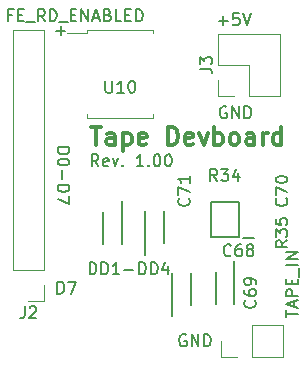
<source format=gbr>
%TF.GenerationSoftware,KiCad,Pcbnew,(5.1.6)-1*%
%TF.CreationDate,2020-09-22T22:17:54+03:00*%
%TF.ProjectId,Tape devboard,54617065-2064-4657-9662-6f6172642e6b,rev?*%
%TF.SameCoordinates,Original*%
%TF.FileFunction,Legend,Top*%
%TF.FilePolarity,Positive*%
%FSLAX46Y46*%
G04 Gerber Fmt 4.6, Leading zero omitted, Abs format (unit mm)*
G04 Created by KiCad (PCBNEW (5.1.6)-1) date 2020-09-22 22:17:54*
%MOMM*%
%LPD*%
G01*
G04 APERTURE LIST*
%ADD10C,0.150000*%
%ADD11C,0.300000*%
%ADD12C,0.120000*%
%ADD13C,0.200000*%
G04 APERTURE END LIST*
D10*
X123240847Y-71547028D02*
X124002752Y-71547028D01*
X123621800Y-71927980D02*
X123621800Y-71166076D01*
X123353604Y-93784680D02*
X123353604Y-92784680D01*
X123591700Y-92784680D01*
X123734557Y-92832300D01*
X123829795Y-92927538D01*
X123877414Y-93022776D01*
X123925033Y-93213252D01*
X123925033Y-93356109D01*
X123877414Y-93546585D01*
X123829795Y-93641823D01*
X123734557Y-93737061D01*
X123591700Y-93784680D01*
X123353604Y-93784680D01*
X124258366Y-92784680D02*
X124925033Y-92784680D01*
X124496461Y-93784680D01*
X123372619Y-81410466D02*
X124372619Y-81410466D01*
X124372619Y-81648561D01*
X124325000Y-81791419D01*
X124229761Y-81886657D01*
X124134523Y-81934276D01*
X123944047Y-81981895D01*
X123801190Y-81981895D01*
X123610714Y-81934276D01*
X123515476Y-81886657D01*
X123420238Y-81791419D01*
X123372619Y-81648561D01*
X123372619Y-81410466D01*
X124372619Y-82600942D02*
X124372619Y-82696180D01*
X124325000Y-82791419D01*
X124277380Y-82839038D01*
X124182142Y-82886657D01*
X123991666Y-82934276D01*
X123753571Y-82934276D01*
X123563095Y-82886657D01*
X123467857Y-82839038D01*
X123420238Y-82791419D01*
X123372619Y-82696180D01*
X123372619Y-82600942D01*
X123420238Y-82505704D01*
X123467857Y-82458085D01*
X123563095Y-82410466D01*
X123753571Y-82362847D01*
X123991666Y-82362847D01*
X124182142Y-82410466D01*
X124277380Y-82458085D01*
X124325000Y-82505704D01*
X124372619Y-82600942D01*
X123753571Y-83362847D02*
X123753571Y-84124752D01*
X123372619Y-84600942D02*
X124372619Y-84600942D01*
X124372619Y-84839038D01*
X124325000Y-84981895D01*
X124229761Y-85077133D01*
X124134523Y-85124752D01*
X123944047Y-85172371D01*
X123801190Y-85172371D01*
X123610714Y-85124752D01*
X123515476Y-85077133D01*
X123420238Y-84981895D01*
X123372619Y-84839038D01*
X123372619Y-84600942D01*
X124372619Y-85505704D02*
X124372619Y-86172371D01*
X123372619Y-85743800D01*
X119520366Y-70210371D02*
X119187033Y-70210371D01*
X119187033Y-70734180D02*
X119187033Y-69734180D01*
X119663223Y-69734180D01*
X120044176Y-70210371D02*
X120377509Y-70210371D01*
X120520366Y-70734180D02*
X120044176Y-70734180D01*
X120044176Y-69734180D01*
X120520366Y-69734180D01*
X120710842Y-70829419D02*
X121472747Y-70829419D01*
X122282271Y-70734180D02*
X121948938Y-70257990D01*
X121710842Y-70734180D02*
X121710842Y-69734180D01*
X122091795Y-69734180D01*
X122187033Y-69781800D01*
X122234652Y-69829419D01*
X122282271Y-69924657D01*
X122282271Y-70067514D01*
X122234652Y-70162752D01*
X122187033Y-70210371D01*
X122091795Y-70257990D01*
X121710842Y-70257990D01*
X122710842Y-70734180D02*
X122710842Y-69734180D01*
X122948938Y-69734180D01*
X123091795Y-69781800D01*
X123187033Y-69877038D01*
X123234652Y-69972276D01*
X123282271Y-70162752D01*
X123282271Y-70305609D01*
X123234652Y-70496085D01*
X123187033Y-70591323D01*
X123091795Y-70686561D01*
X122948938Y-70734180D01*
X122710842Y-70734180D01*
X123472747Y-70829419D02*
X124234652Y-70829419D01*
X124472747Y-70210371D02*
X124806080Y-70210371D01*
X124948938Y-70734180D02*
X124472747Y-70734180D01*
X124472747Y-69734180D01*
X124948938Y-69734180D01*
X125377509Y-70734180D02*
X125377509Y-69734180D01*
X125948938Y-70734180D01*
X125948938Y-69734180D01*
X126377509Y-70448466D02*
X126853700Y-70448466D01*
X126282271Y-70734180D02*
X126615604Y-69734180D01*
X126948938Y-70734180D01*
X127615604Y-70210371D02*
X127758461Y-70257990D01*
X127806080Y-70305609D01*
X127853700Y-70400847D01*
X127853700Y-70543704D01*
X127806080Y-70638942D01*
X127758461Y-70686561D01*
X127663223Y-70734180D01*
X127282271Y-70734180D01*
X127282271Y-69734180D01*
X127615604Y-69734180D01*
X127710842Y-69781800D01*
X127758461Y-69829419D01*
X127806080Y-69924657D01*
X127806080Y-70019895D01*
X127758461Y-70115133D01*
X127710842Y-70162752D01*
X127615604Y-70210371D01*
X127282271Y-70210371D01*
X128758461Y-70734180D02*
X128282271Y-70734180D01*
X128282271Y-69734180D01*
X129091795Y-70210371D02*
X129425128Y-70210371D01*
X129567985Y-70734180D02*
X129091795Y-70734180D01*
X129091795Y-69734180D01*
X129567985Y-69734180D01*
X129996557Y-70734180D02*
X129996557Y-69734180D01*
X130234652Y-69734180D01*
X130377509Y-69781800D01*
X130472747Y-69877038D01*
X130520366Y-69972276D01*
X130567985Y-70162752D01*
X130567985Y-70305609D01*
X130520366Y-70496085D01*
X130472747Y-70591323D01*
X130377509Y-70686561D01*
X130234652Y-70734180D01*
X129996557Y-70734180D01*
X126830485Y-83002380D02*
X126497152Y-82526190D01*
X126259057Y-83002380D02*
X126259057Y-82002380D01*
X126640009Y-82002380D01*
X126735247Y-82050000D01*
X126782866Y-82097619D01*
X126830485Y-82192857D01*
X126830485Y-82335714D01*
X126782866Y-82430952D01*
X126735247Y-82478571D01*
X126640009Y-82526190D01*
X126259057Y-82526190D01*
X127640009Y-82954761D02*
X127544771Y-83002380D01*
X127354295Y-83002380D01*
X127259057Y-82954761D01*
X127211438Y-82859523D01*
X127211438Y-82478571D01*
X127259057Y-82383333D01*
X127354295Y-82335714D01*
X127544771Y-82335714D01*
X127640009Y-82383333D01*
X127687628Y-82478571D01*
X127687628Y-82573809D01*
X127211438Y-82669047D01*
X128020961Y-82335714D02*
X128259057Y-83002380D01*
X128497152Y-82335714D01*
X128878104Y-82907142D02*
X128925723Y-82954761D01*
X128878104Y-83002380D01*
X128830485Y-82954761D01*
X128878104Y-82907142D01*
X128878104Y-83002380D01*
X130640009Y-83002380D02*
X130068580Y-83002380D01*
X130354295Y-83002380D02*
X130354295Y-82002380D01*
X130259057Y-82145238D01*
X130163819Y-82240476D01*
X130068580Y-82288095D01*
X131068580Y-82907142D02*
X131116200Y-82954761D01*
X131068580Y-83002380D01*
X131020961Y-82954761D01*
X131068580Y-82907142D01*
X131068580Y-83002380D01*
X131735247Y-82002380D02*
X131830485Y-82002380D01*
X131925723Y-82050000D01*
X131973342Y-82097619D01*
X132020961Y-82192857D01*
X132068580Y-82383333D01*
X132068580Y-82621428D01*
X132020961Y-82811904D01*
X131973342Y-82907142D01*
X131925723Y-82954761D01*
X131830485Y-83002380D01*
X131735247Y-83002380D01*
X131640009Y-82954761D01*
X131592390Y-82907142D01*
X131544771Y-82811904D01*
X131497152Y-82621428D01*
X131497152Y-82383333D01*
X131544771Y-82192857D01*
X131592390Y-82097619D01*
X131640009Y-82050000D01*
X131735247Y-82002380D01*
X132687628Y-82002380D02*
X132782866Y-82002380D01*
X132878104Y-82050000D01*
X132925723Y-82097619D01*
X132973342Y-82192857D01*
X133020961Y-82383333D01*
X133020961Y-82621428D01*
X132973342Y-82811904D01*
X132925723Y-82907142D01*
X132878104Y-82954761D01*
X132782866Y-83002380D01*
X132687628Y-83002380D01*
X132592390Y-82954761D01*
X132544771Y-82907142D01*
X132497152Y-82811904D01*
X132449533Y-82621428D01*
X132449533Y-82383333D01*
X132497152Y-82192857D01*
X132544771Y-82097619D01*
X132592390Y-82050000D01*
X132687628Y-82002380D01*
D11*
X126223142Y-79709271D02*
X127080285Y-79709271D01*
X126651714Y-81209271D02*
X126651714Y-79709271D01*
X128223142Y-81209271D02*
X128223142Y-80423557D01*
X128151714Y-80280700D01*
X128008857Y-80209271D01*
X127723142Y-80209271D01*
X127580285Y-80280700D01*
X128223142Y-81137842D02*
X128080285Y-81209271D01*
X127723142Y-81209271D01*
X127580285Y-81137842D01*
X127508857Y-80994985D01*
X127508857Y-80852128D01*
X127580285Y-80709271D01*
X127723142Y-80637842D01*
X128080285Y-80637842D01*
X128223142Y-80566414D01*
X128937428Y-80209271D02*
X128937428Y-81709271D01*
X128937428Y-80280700D02*
X129080285Y-80209271D01*
X129366000Y-80209271D01*
X129508857Y-80280700D01*
X129580285Y-80352128D01*
X129651714Y-80494985D01*
X129651714Y-80923557D01*
X129580285Y-81066414D01*
X129508857Y-81137842D01*
X129366000Y-81209271D01*
X129080285Y-81209271D01*
X128937428Y-81137842D01*
X130866000Y-81137842D02*
X130723142Y-81209271D01*
X130437428Y-81209271D01*
X130294571Y-81137842D01*
X130223142Y-80994985D01*
X130223142Y-80423557D01*
X130294571Y-80280700D01*
X130437428Y-80209271D01*
X130723142Y-80209271D01*
X130866000Y-80280700D01*
X130937428Y-80423557D01*
X130937428Y-80566414D01*
X130223142Y-80709271D01*
X132723142Y-81209271D02*
X132723142Y-79709271D01*
X133080285Y-79709271D01*
X133294571Y-79780700D01*
X133437428Y-79923557D01*
X133508857Y-80066414D01*
X133580285Y-80352128D01*
X133580285Y-80566414D01*
X133508857Y-80852128D01*
X133437428Y-80994985D01*
X133294571Y-81137842D01*
X133080285Y-81209271D01*
X132723142Y-81209271D01*
X134794571Y-81137842D02*
X134651714Y-81209271D01*
X134366000Y-81209271D01*
X134223142Y-81137842D01*
X134151714Y-80994985D01*
X134151714Y-80423557D01*
X134223142Y-80280700D01*
X134366000Y-80209271D01*
X134651714Y-80209271D01*
X134794571Y-80280700D01*
X134866000Y-80423557D01*
X134866000Y-80566414D01*
X134151714Y-80709271D01*
X135366000Y-80209271D02*
X135723142Y-81209271D01*
X136080285Y-80209271D01*
X136651714Y-81209271D02*
X136651714Y-79709271D01*
X136651714Y-80280700D02*
X136794571Y-80209271D01*
X137080285Y-80209271D01*
X137223142Y-80280700D01*
X137294571Y-80352128D01*
X137366000Y-80494985D01*
X137366000Y-80923557D01*
X137294571Y-81066414D01*
X137223142Y-81137842D01*
X137080285Y-81209271D01*
X136794571Y-81209271D01*
X136651714Y-81137842D01*
X138223142Y-81209271D02*
X138080285Y-81137842D01*
X138008857Y-81066414D01*
X137937428Y-80923557D01*
X137937428Y-80494985D01*
X138008857Y-80352128D01*
X138080285Y-80280700D01*
X138223142Y-80209271D01*
X138437428Y-80209271D01*
X138580285Y-80280700D01*
X138651714Y-80352128D01*
X138723142Y-80494985D01*
X138723142Y-80923557D01*
X138651714Y-81066414D01*
X138580285Y-81137842D01*
X138437428Y-81209271D01*
X138223142Y-81209271D01*
X140008857Y-81209271D02*
X140008857Y-80423557D01*
X139937428Y-80280700D01*
X139794571Y-80209271D01*
X139508857Y-80209271D01*
X139366000Y-80280700D01*
X140008857Y-81137842D02*
X139866000Y-81209271D01*
X139508857Y-81209271D01*
X139366000Y-81137842D01*
X139294571Y-80994985D01*
X139294571Y-80852128D01*
X139366000Y-80709271D01*
X139508857Y-80637842D01*
X139866000Y-80637842D01*
X140008857Y-80566414D01*
X140723142Y-81209271D02*
X140723142Y-80209271D01*
X140723142Y-80494985D02*
X140794571Y-80352128D01*
X140866000Y-80280700D01*
X141008857Y-80209271D01*
X141151714Y-80209271D01*
X142294571Y-81209271D02*
X142294571Y-79709271D01*
X142294571Y-81137842D02*
X142151714Y-81209271D01*
X141866000Y-81209271D01*
X141723142Y-81137842D01*
X141651714Y-81066414D01*
X141580285Y-80923557D01*
X141580285Y-80494985D01*
X141651714Y-80352128D01*
X141723142Y-80280700D01*
X141866000Y-80209271D01*
X142151714Y-80209271D01*
X142294571Y-80280700D01*
D10*
X126079666Y-92146380D02*
X126079666Y-91146380D01*
X126317761Y-91146380D01*
X126460619Y-91194000D01*
X126555857Y-91289238D01*
X126603476Y-91384476D01*
X126651095Y-91574952D01*
X126651095Y-91717809D01*
X126603476Y-91908285D01*
X126555857Y-92003523D01*
X126460619Y-92098761D01*
X126317761Y-92146380D01*
X126079666Y-92146380D01*
X127079666Y-92146380D02*
X127079666Y-91146380D01*
X127317761Y-91146380D01*
X127460619Y-91194000D01*
X127555857Y-91289238D01*
X127603476Y-91384476D01*
X127651095Y-91574952D01*
X127651095Y-91717809D01*
X127603476Y-91908285D01*
X127555857Y-92003523D01*
X127460619Y-92098761D01*
X127317761Y-92146380D01*
X127079666Y-92146380D01*
X128603476Y-92146380D02*
X128032047Y-92146380D01*
X128317761Y-92146380D02*
X128317761Y-91146380D01*
X128222523Y-91289238D01*
X128127285Y-91384476D01*
X128032047Y-91432095D01*
X129032047Y-91765428D02*
X129793952Y-91765428D01*
X130270142Y-92146380D02*
X130270142Y-91146380D01*
X130508238Y-91146380D01*
X130651095Y-91194000D01*
X130746333Y-91289238D01*
X130793952Y-91384476D01*
X130841571Y-91574952D01*
X130841571Y-91717809D01*
X130793952Y-91908285D01*
X130746333Y-92003523D01*
X130651095Y-92098761D01*
X130508238Y-92146380D01*
X130270142Y-92146380D01*
X131270142Y-92146380D02*
X131270142Y-91146380D01*
X131508238Y-91146380D01*
X131651095Y-91194000D01*
X131746333Y-91289238D01*
X131793952Y-91384476D01*
X131841571Y-91574952D01*
X131841571Y-91717809D01*
X131793952Y-91908285D01*
X131746333Y-92003523D01*
X131651095Y-92098761D01*
X131508238Y-92146380D01*
X131270142Y-92146380D01*
X132698714Y-91479714D02*
X132698714Y-92146380D01*
X132460619Y-91098761D02*
X132222523Y-91813047D01*
X132841571Y-91813047D01*
X134239095Y-97290000D02*
X134143857Y-97242380D01*
X134001000Y-97242380D01*
X133858142Y-97290000D01*
X133762904Y-97385238D01*
X133715285Y-97480476D01*
X133667666Y-97670952D01*
X133667666Y-97813809D01*
X133715285Y-98004285D01*
X133762904Y-98099523D01*
X133858142Y-98194761D01*
X134001000Y-98242380D01*
X134096238Y-98242380D01*
X134239095Y-98194761D01*
X134286714Y-98147142D01*
X134286714Y-97813809D01*
X134096238Y-97813809D01*
X134715285Y-98242380D02*
X134715285Y-97242380D01*
X135286714Y-98242380D01*
X135286714Y-97242380D01*
X135762904Y-98242380D02*
X135762904Y-97242380D01*
X136001000Y-97242380D01*
X136143857Y-97290000D01*
X136239095Y-97385238D01*
X136286714Y-97480476D01*
X136334333Y-97670952D01*
X136334333Y-97813809D01*
X136286714Y-98004285D01*
X136239095Y-98099523D01*
X136143857Y-98194761D01*
X136001000Y-98242380D01*
X135762904Y-98242380D01*
X142708380Y-95773523D02*
X142708380Y-95202095D01*
X143708380Y-95487809D02*
X142708380Y-95487809D01*
X143422666Y-94916380D02*
X143422666Y-94440190D01*
X143708380Y-95011619D02*
X142708380Y-94678285D01*
X143708380Y-94344952D01*
X143708380Y-94011619D02*
X142708380Y-94011619D01*
X142708380Y-93630666D01*
X142756000Y-93535428D01*
X142803619Y-93487809D01*
X142898857Y-93440190D01*
X143041714Y-93440190D01*
X143136952Y-93487809D01*
X143184571Y-93535428D01*
X143232190Y-93630666D01*
X143232190Y-94011619D01*
X143184571Y-93011619D02*
X143184571Y-92678285D01*
X143708380Y-92535428D02*
X143708380Y-93011619D01*
X142708380Y-93011619D01*
X142708380Y-92535428D01*
X143803619Y-92344952D02*
X143803619Y-91583047D01*
X143708380Y-91344952D02*
X142708380Y-91344952D01*
X143708380Y-90868761D02*
X142708380Y-90868761D01*
X143708380Y-90297333D01*
X142708380Y-90297333D01*
X137668095Y-77986000D02*
X137572857Y-77938380D01*
X137430000Y-77938380D01*
X137287142Y-77986000D01*
X137191904Y-78081238D01*
X137144285Y-78176476D01*
X137096666Y-78366952D01*
X137096666Y-78509809D01*
X137144285Y-78700285D01*
X137191904Y-78795523D01*
X137287142Y-78890761D01*
X137430000Y-78938380D01*
X137525238Y-78938380D01*
X137668095Y-78890761D01*
X137715714Y-78843142D01*
X137715714Y-78509809D01*
X137525238Y-78509809D01*
X138144285Y-78938380D02*
X138144285Y-77938380D01*
X138715714Y-78938380D01*
X138715714Y-77938380D01*
X139191904Y-78938380D02*
X139191904Y-77938380D01*
X139430000Y-77938380D01*
X139572857Y-77986000D01*
X139668095Y-78081238D01*
X139715714Y-78176476D01*
X139763333Y-78366952D01*
X139763333Y-78509809D01*
X139715714Y-78700285D01*
X139668095Y-78795523D01*
X139572857Y-78890761D01*
X139430000Y-78938380D01*
X139191904Y-78938380D01*
X137017285Y-70683428D02*
X137779190Y-70683428D01*
X137398238Y-71064380D02*
X137398238Y-70302476D01*
X138731571Y-70064380D02*
X138255380Y-70064380D01*
X138207761Y-70540571D01*
X138255380Y-70492952D01*
X138350619Y-70445333D01*
X138588714Y-70445333D01*
X138683952Y-70492952D01*
X138731571Y-70540571D01*
X138779190Y-70635809D01*
X138779190Y-70873904D01*
X138731571Y-70969142D01*
X138683952Y-71016761D01*
X138588714Y-71064380D01*
X138350619Y-71064380D01*
X138255380Y-71016761D01*
X138207761Y-70969142D01*
X139064904Y-70064380D02*
X139398238Y-71064380D01*
X139731571Y-70064380D01*
D12*
%TO.C,U10*%
X125891000Y-71749000D02*
X124201000Y-71749000D01*
X125891000Y-71474000D02*
X125891000Y-71749000D01*
X128651000Y-71474000D02*
X125891000Y-71474000D01*
X131411000Y-71474000D02*
X131411000Y-71749000D01*
X128651000Y-71474000D02*
X131411000Y-71474000D01*
X125891000Y-78894000D02*
X125891000Y-78619000D01*
X128651000Y-78894000D02*
X125891000Y-78894000D01*
X131411000Y-78894000D02*
X131411000Y-78619000D01*
X128651000Y-78894000D02*
X131411000Y-78894000D01*
%TO.C,J3*%
X136973000Y-77022000D02*
X136973000Y-75692000D01*
X138303000Y-77022000D02*
X136973000Y-77022000D01*
X136973000Y-74422000D02*
X136973000Y-71822000D01*
X139573000Y-74422000D02*
X136973000Y-74422000D01*
X139573000Y-77022000D02*
X139573000Y-74422000D01*
X136973000Y-71822000D02*
X142173000Y-71822000D01*
X139573000Y-77022000D02*
X142173000Y-77022000D01*
X142173000Y-77022000D02*
X142173000Y-71822000D01*
%TO.C,J2*%
X122234000Y-94421000D02*
X120904000Y-94421000D01*
X122234000Y-93091000D02*
X122234000Y-94421000D01*
X122234000Y-91821000D02*
X119574000Y-91821000D01*
X119574000Y-91821000D02*
X119574000Y-71441000D01*
X122234000Y-91821000D02*
X122234000Y-71441000D01*
X122234000Y-71441000D02*
X119574000Y-71441000D01*
%TO.C,J1*%
X137227000Y-99120000D02*
X137227000Y-97790000D01*
X138557000Y-99120000D02*
X137227000Y-99120000D01*
X139827000Y-99120000D02*
X139827000Y-96460000D01*
X139827000Y-96460000D02*
X142427000Y-96460000D01*
X139827000Y-99120000D02*
X142427000Y-99120000D01*
X142427000Y-99120000D02*
X142427000Y-96460000D01*
D13*
%TO.C,IC13*%
X139991000Y-89053000D02*
X139041000Y-89053000D01*
X138691000Y-86003000D02*
X138691000Y-89003000D01*
X136391000Y-86003000D02*
X138691000Y-86003000D01*
X136391000Y-89003000D02*
X136391000Y-86003000D01*
X138691000Y-89003000D02*
X136391000Y-89003000D01*
%TO.C,D4*%
X127241000Y-86866000D02*
X127241000Y-89566000D01*
X128791000Y-85916000D02*
X128791000Y-89566000D01*
%TO.C,D3*%
X136766000Y-91995000D02*
X136766000Y-94695000D01*
X138316000Y-91045000D02*
X138316000Y-94695000D01*
%TO.C,D2*%
X132347000Y-89537000D02*
X132347000Y-86837000D01*
X130797000Y-90487000D02*
X130797000Y-86837000D01*
%TO.C,D1*%
X134633000Y-94773000D02*
X134633000Y-92073000D01*
X133083000Y-95723000D02*
X133083000Y-92073000D01*
%TO.C,U10*%
D10*
X127412904Y-75779380D02*
X127412904Y-76588904D01*
X127460523Y-76684142D01*
X127508142Y-76731761D01*
X127603380Y-76779380D01*
X127793857Y-76779380D01*
X127889095Y-76731761D01*
X127936714Y-76684142D01*
X127984333Y-76588904D01*
X127984333Y-75779380D01*
X128984333Y-76779380D02*
X128412904Y-76779380D01*
X128698619Y-76779380D02*
X128698619Y-75779380D01*
X128603380Y-75922238D01*
X128508142Y-76017476D01*
X128412904Y-76065095D01*
X129603380Y-75779380D02*
X129698619Y-75779380D01*
X129793857Y-75827000D01*
X129841476Y-75874619D01*
X129889095Y-75969857D01*
X129936714Y-76160333D01*
X129936714Y-76398428D01*
X129889095Y-76588904D01*
X129841476Y-76684142D01*
X129793857Y-76731761D01*
X129698619Y-76779380D01*
X129603380Y-76779380D01*
X129508142Y-76731761D01*
X129460523Y-76684142D01*
X129412904Y-76588904D01*
X129365285Y-76398428D01*
X129365285Y-76160333D01*
X129412904Y-75969857D01*
X129460523Y-75874619D01*
X129508142Y-75827000D01*
X129603380Y-75779380D01*
%TO.C,R35*%
X142819380Y-89288857D02*
X142343190Y-89622190D01*
X142819380Y-89860285D02*
X141819380Y-89860285D01*
X141819380Y-89479333D01*
X141867000Y-89384095D01*
X141914619Y-89336476D01*
X142009857Y-89288857D01*
X142152714Y-89288857D01*
X142247952Y-89336476D01*
X142295571Y-89384095D01*
X142343190Y-89479333D01*
X142343190Y-89860285D01*
X141819380Y-88955523D02*
X141819380Y-88336476D01*
X142200333Y-88669809D01*
X142200333Y-88526952D01*
X142247952Y-88431714D01*
X142295571Y-88384095D01*
X142390809Y-88336476D01*
X142628904Y-88336476D01*
X142724142Y-88384095D01*
X142771761Y-88431714D01*
X142819380Y-88526952D01*
X142819380Y-88812666D01*
X142771761Y-88907904D01*
X142724142Y-88955523D01*
X141819380Y-87431714D02*
X141819380Y-87907904D01*
X142295571Y-87955523D01*
X142247952Y-87907904D01*
X142200333Y-87812666D01*
X142200333Y-87574571D01*
X142247952Y-87479333D01*
X142295571Y-87431714D01*
X142390809Y-87384095D01*
X142628904Y-87384095D01*
X142724142Y-87431714D01*
X142771761Y-87479333D01*
X142819380Y-87574571D01*
X142819380Y-87812666D01*
X142771761Y-87907904D01*
X142724142Y-87955523D01*
%TO.C,R34*%
X136875142Y-84245380D02*
X136541809Y-83769190D01*
X136303714Y-84245380D02*
X136303714Y-83245380D01*
X136684666Y-83245380D01*
X136779904Y-83293000D01*
X136827523Y-83340619D01*
X136875142Y-83435857D01*
X136875142Y-83578714D01*
X136827523Y-83673952D01*
X136779904Y-83721571D01*
X136684666Y-83769190D01*
X136303714Y-83769190D01*
X137208476Y-83245380D02*
X137827523Y-83245380D01*
X137494190Y-83626333D01*
X137637047Y-83626333D01*
X137732285Y-83673952D01*
X137779904Y-83721571D01*
X137827523Y-83816809D01*
X137827523Y-84054904D01*
X137779904Y-84150142D01*
X137732285Y-84197761D01*
X137637047Y-84245380D01*
X137351333Y-84245380D01*
X137256095Y-84197761D01*
X137208476Y-84150142D01*
X138684666Y-83578714D02*
X138684666Y-84245380D01*
X138446571Y-83197761D02*
X138208476Y-83912047D01*
X138827523Y-83912047D01*
%TO.C,J3*%
X135425380Y-74755333D02*
X136139666Y-74755333D01*
X136282523Y-74802952D01*
X136377761Y-74898190D01*
X136425380Y-75041047D01*
X136425380Y-75136285D01*
X135425380Y-74374380D02*
X135425380Y-73755333D01*
X135806333Y-74088666D01*
X135806333Y-73945809D01*
X135853952Y-73850571D01*
X135901571Y-73802952D01*
X135996809Y-73755333D01*
X136234904Y-73755333D01*
X136330142Y-73802952D01*
X136377761Y-73850571D01*
X136425380Y-73945809D01*
X136425380Y-74231523D01*
X136377761Y-74326761D01*
X136330142Y-74374380D01*
%TO.C,J2*%
X120570666Y-94873380D02*
X120570666Y-95587666D01*
X120523047Y-95730523D01*
X120427809Y-95825761D01*
X120284952Y-95873380D01*
X120189714Y-95873380D01*
X120999238Y-94968619D02*
X121046857Y-94921000D01*
X121142095Y-94873380D01*
X121380190Y-94873380D01*
X121475428Y-94921000D01*
X121523047Y-94968619D01*
X121570666Y-95063857D01*
X121570666Y-95159095D01*
X121523047Y-95301952D01*
X120951619Y-95873380D01*
X121570666Y-95873380D01*
%TO.C,C71*%
X134469142Y-85732857D02*
X134516761Y-85780476D01*
X134564380Y-85923333D01*
X134564380Y-86018571D01*
X134516761Y-86161428D01*
X134421523Y-86256666D01*
X134326285Y-86304285D01*
X134135809Y-86351904D01*
X133992952Y-86351904D01*
X133802476Y-86304285D01*
X133707238Y-86256666D01*
X133612000Y-86161428D01*
X133564380Y-86018571D01*
X133564380Y-85923333D01*
X133612000Y-85780476D01*
X133659619Y-85732857D01*
X133564380Y-85399523D02*
X133564380Y-84732857D01*
X134564380Y-85161428D01*
X134564380Y-83828095D02*
X134564380Y-84399523D01*
X134564380Y-84113809D02*
X133564380Y-84113809D01*
X133707238Y-84209047D01*
X133802476Y-84304285D01*
X133850095Y-84399523D01*
%TO.C,C70*%
X142724142Y-85732857D02*
X142771761Y-85780476D01*
X142819380Y-85923333D01*
X142819380Y-86018571D01*
X142771761Y-86161428D01*
X142676523Y-86256666D01*
X142581285Y-86304285D01*
X142390809Y-86351904D01*
X142247952Y-86351904D01*
X142057476Y-86304285D01*
X141962238Y-86256666D01*
X141867000Y-86161428D01*
X141819380Y-86018571D01*
X141819380Y-85923333D01*
X141867000Y-85780476D01*
X141914619Y-85732857D01*
X141819380Y-85399523D02*
X141819380Y-84732857D01*
X142819380Y-85161428D01*
X141819380Y-84161428D02*
X141819380Y-84066190D01*
X141867000Y-83970952D01*
X141914619Y-83923333D01*
X142009857Y-83875714D01*
X142200333Y-83828095D01*
X142438428Y-83828095D01*
X142628904Y-83875714D01*
X142724142Y-83923333D01*
X142771761Y-83970952D01*
X142819380Y-84066190D01*
X142819380Y-84161428D01*
X142771761Y-84256666D01*
X142724142Y-84304285D01*
X142628904Y-84351904D01*
X142438428Y-84399523D01*
X142200333Y-84399523D01*
X142009857Y-84351904D01*
X141914619Y-84304285D01*
X141867000Y-84256666D01*
X141819380Y-84161428D01*
%TO.C,C69*%
X140057142Y-94368857D02*
X140104761Y-94416476D01*
X140152380Y-94559333D01*
X140152380Y-94654571D01*
X140104761Y-94797428D01*
X140009523Y-94892666D01*
X139914285Y-94940285D01*
X139723809Y-94987904D01*
X139580952Y-94987904D01*
X139390476Y-94940285D01*
X139295238Y-94892666D01*
X139200000Y-94797428D01*
X139152380Y-94654571D01*
X139152380Y-94559333D01*
X139200000Y-94416476D01*
X139247619Y-94368857D01*
X139152380Y-93511714D02*
X139152380Y-93702190D01*
X139200000Y-93797428D01*
X139247619Y-93845047D01*
X139390476Y-93940285D01*
X139580952Y-93987904D01*
X139961904Y-93987904D01*
X140057142Y-93940285D01*
X140104761Y-93892666D01*
X140152380Y-93797428D01*
X140152380Y-93606952D01*
X140104761Y-93511714D01*
X140057142Y-93464095D01*
X139961904Y-93416476D01*
X139723809Y-93416476D01*
X139628571Y-93464095D01*
X139580952Y-93511714D01*
X139533333Y-93606952D01*
X139533333Y-93797428D01*
X139580952Y-93892666D01*
X139628571Y-93940285D01*
X139723809Y-93987904D01*
X140152380Y-92940285D02*
X140152380Y-92749809D01*
X140104761Y-92654571D01*
X140057142Y-92606952D01*
X139914285Y-92511714D01*
X139723809Y-92464095D01*
X139342857Y-92464095D01*
X139247619Y-92511714D01*
X139200000Y-92559333D01*
X139152380Y-92654571D01*
X139152380Y-92845047D01*
X139200000Y-92940285D01*
X139247619Y-92987904D01*
X139342857Y-93035523D01*
X139580952Y-93035523D01*
X139676190Y-92987904D01*
X139723809Y-92940285D01*
X139771428Y-92845047D01*
X139771428Y-92654571D01*
X139723809Y-92559333D01*
X139676190Y-92511714D01*
X139580952Y-92464095D01*
%TO.C,C68*%
X138041142Y-90527142D02*
X137993523Y-90574761D01*
X137850666Y-90622380D01*
X137755428Y-90622380D01*
X137612571Y-90574761D01*
X137517333Y-90479523D01*
X137469714Y-90384285D01*
X137422095Y-90193809D01*
X137422095Y-90050952D01*
X137469714Y-89860476D01*
X137517333Y-89765238D01*
X137612571Y-89670000D01*
X137755428Y-89622380D01*
X137850666Y-89622380D01*
X137993523Y-89670000D01*
X138041142Y-89717619D01*
X138898285Y-89622380D02*
X138707809Y-89622380D01*
X138612571Y-89670000D01*
X138564952Y-89717619D01*
X138469714Y-89860476D01*
X138422095Y-90050952D01*
X138422095Y-90431904D01*
X138469714Y-90527142D01*
X138517333Y-90574761D01*
X138612571Y-90622380D01*
X138803047Y-90622380D01*
X138898285Y-90574761D01*
X138945904Y-90527142D01*
X138993523Y-90431904D01*
X138993523Y-90193809D01*
X138945904Y-90098571D01*
X138898285Y-90050952D01*
X138803047Y-90003333D01*
X138612571Y-90003333D01*
X138517333Y-90050952D01*
X138469714Y-90098571D01*
X138422095Y-90193809D01*
X139564952Y-90050952D02*
X139469714Y-90003333D01*
X139422095Y-89955714D01*
X139374476Y-89860476D01*
X139374476Y-89812857D01*
X139422095Y-89717619D01*
X139469714Y-89670000D01*
X139564952Y-89622380D01*
X139755428Y-89622380D01*
X139850666Y-89670000D01*
X139898285Y-89717619D01*
X139945904Y-89812857D01*
X139945904Y-89860476D01*
X139898285Y-89955714D01*
X139850666Y-90003333D01*
X139755428Y-90050952D01*
X139564952Y-90050952D01*
X139469714Y-90098571D01*
X139422095Y-90146190D01*
X139374476Y-90241428D01*
X139374476Y-90431904D01*
X139422095Y-90527142D01*
X139469714Y-90574761D01*
X139564952Y-90622380D01*
X139755428Y-90622380D01*
X139850666Y-90574761D01*
X139898285Y-90527142D01*
X139945904Y-90431904D01*
X139945904Y-90241428D01*
X139898285Y-90146190D01*
X139850666Y-90098571D01*
X139755428Y-90050952D01*
%TD*%
M02*

</source>
